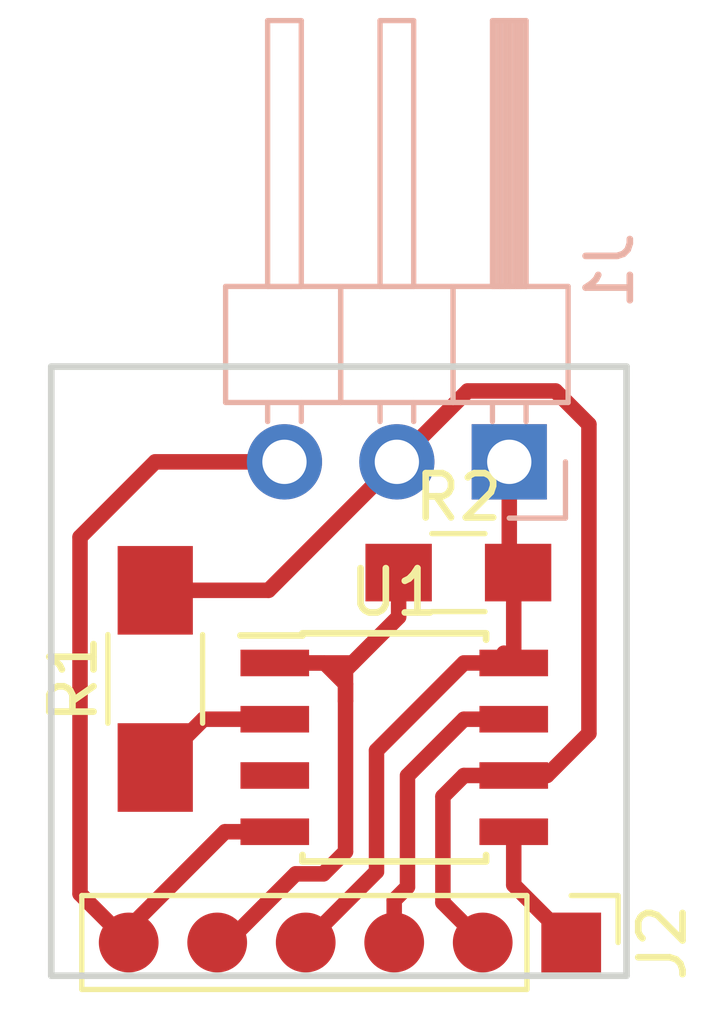
<source format=kicad_pcb>
(kicad_pcb (version 4) (host pcbnew 4.0.5)

  (general
    (links 13)
    (no_connects 0)
    (area 139.315 86.124999 155.785 109.814285)
    (thickness 1.6)
    (drawings 4)
    (tracks 55)
    (zones 0)
    (modules 5)
    (nets 9)
  )

  (page A4)
  (layers
    (0 F.Cu signal)
    (31 B.Cu signal)
    (32 B.Adhes user)
    (33 F.Adhes user)
    (34 B.Paste user)
    (35 F.Paste user)
    (36 B.SilkS user)
    (37 F.SilkS user)
    (38 B.Mask user)
    (39 F.Mask user)
    (40 Dwgs.User user)
    (41 Cmts.User user)
    (42 Eco1.User user)
    (43 Eco2.User user)
    (44 Edge.Cuts user)
    (45 Margin user)
    (46 B.CrtYd user)
    (47 F.CrtYd user)
    (48 B.Fab user)
    (49 F.Fab user)
  )

  (setup
    (last_trace_width 0.35)
    (trace_clearance 0.35)
    (zone_clearance 0.508)
    (zone_45_only no)
    (trace_min 0.2)
    (segment_width 0.2)
    (edge_width 0.15)
    (via_size 0.6)
    (via_drill 0.4)
    (via_min_size 0.4)
    (via_min_drill 0.3)
    (uvia_size 0.3)
    (uvia_drill 0.1)
    (uvias_allowed no)
    (uvia_min_size 0.2)
    (uvia_min_drill 0.1)
    (pcb_text_width 0.3)
    (pcb_text_size 1.5 1.5)
    (mod_edge_width 0.15)
    (mod_text_size 1 1)
    (mod_text_width 0.15)
    (pad_size 1.35 1.35)
    (pad_drill 0)
    (pad_to_mask_clearance 0.2)
    (aux_axis_origin 0 0)
    (visible_elements FFFFFF7F)
    (pcbplotparams
      (layerselection 0x00080_00000000)
      (usegerberextensions false)
      (excludeedgelayer true)
      (linewidth 0.100000)
      (plotframeref false)
      (viasonmask false)
      (mode 1)
      (useauxorigin false)
      (hpglpennumber 1)
      (hpglpenspeed 20)
      (hpglpendiameter 15)
      (hpglpenoverlay 2)
      (psnegative false)
      (psa4output false)
      (plotreference true)
      (plotvalue true)
      (plotinvisibletext false)
      (padsonsilk false)
      (subtractmaskfromsilk false)
      (outputformat 4)
      (mirror false)
      (drillshape 0)
      (scaleselection 1)
      (outputdirectory ""))
  )

  (net 0 "")
  (net 1 VCC)
  (net 2 GND)
  (net 3 /PLISTEN/MISO)
  (net 4 /SCK)
  (net 5 /MOSI)
  (net 6 /RESET)
  (net 7 /POUTPUT)
  (net 8 "Net-(U1-Pad3)")

  (net_class Default "This is the default net class."
    (clearance 0.35)
    (trace_width 0.35)
    (via_dia 0.6)
    (via_drill 0.4)
    (uvia_dia 0.3)
    (uvia_drill 0.1)
    (add_net /MOSI)
    (add_net /PLISTEN/MISO)
    (add_net /POUTPUT)
    (add_net /RESET)
    (add_net /SCK)
    (add_net GND)
    (add_net "Net-(U1-Pad3)")
    (add_net VCC)
  )

  (module Socket_Strips:Socket_Strip_Straight_1x06_Pitch2.00mm (layer F.Cu) (tedit 591049C7) (tstamp 5910447C)
    (at 152.5 107.75 270)
    (descr "Through hole straight socket strip, 1x06, 2.00mm pitch, single row")
    (tags "Through hole socket strip THT 1x06 2.00mm single row")
    (path /59103B8F)
    (fp_text reference J2 (at 0 -2.06 270) (layer F.SilkS)
      (effects (font (size 1 1) (thickness 0.15)))
    )
    (fp_text value ICSP (at 0 12.06 270) (layer F.Fab)
      (effects (font (size 1 1) (thickness 0.15)))
    )
    (fp_line (start -1 -1) (end -1 11) (layer F.Fab) (width 0.1))
    (fp_line (start -1 11) (end 1 11) (layer F.Fab) (width 0.1))
    (fp_line (start 1 11) (end 1 -1) (layer F.Fab) (width 0.1))
    (fp_line (start 1 -1) (end -1 -1) (layer F.Fab) (width 0.1))
    (fp_line (start -1.06 1) (end -1.06 11.06) (layer F.SilkS) (width 0.12))
    (fp_line (start -1.06 11.06) (end 1.06 11.06) (layer F.SilkS) (width 0.12))
    (fp_line (start 1.06 11.06) (end 1.06 1) (layer F.SilkS) (width 0.12))
    (fp_line (start 1.06 1) (end -1.06 1) (layer F.SilkS) (width 0.12))
    (fp_line (start -1.06 0) (end -1.06 -1.06) (layer F.SilkS) (width 0.12))
    (fp_line (start -1.06 -1.06) (end 0 -1.06) (layer F.SilkS) (width 0.12))
    (fp_line (start -1.5 -1.5) (end -1.5 11.5) (layer F.CrtYd) (width 0.05))
    (fp_line (start -1.5 11.5) (end 1.5 11.5) (layer F.CrtYd) (width 0.05))
    (fp_line (start 1.5 11.5) (end 1.5 -1.5) (layer F.CrtYd) (width 0.05))
    (fp_line (start 1.5 -1.5) (end -1.5 -1.5) (layer F.CrtYd) (width 0.05))
    (fp_text user %R (at 0 -2.06 270) (layer F.Fab)
      (effects (font (size 1 1) (thickness 0.15)))
    )
    (pad 1 smd rect (at 0 0 270) (size 1.35 1.35) (layers F.Cu F.Paste F.Mask)
      (net 5 /MOSI))
    (pad 2 smd oval (at 0 2 270) (size 1.35 1.35) (layers F.Cu F.Paste F.Mask)
      (net 3 /PLISTEN/MISO))
    (pad 3 smd oval (at 0 4 270) (size 1.35 1.35) (layers F.Cu F.Paste F.Mask)
      (net 4 /SCK))
    (pad 4 smd oval (at 0 6 270) (size 1.35 1.35) (layers F.Cu F.Paste F.Mask)
      (net 1 VCC))
    (pad 5 smd oval (at 0 8 270) (size 1.35 1.35) (layers F.Cu F.Paste F.Mask)
      (net 6 /RESET))
    (pad 6 smd oval (at 0 10 270) (size 1.35 1.35) (layers F.Cu F.Paste F.Mask)
      (net 2 GND))
    (model ${KISYS3DMOD}/Socket_Strips.3dshapes/Socket_Strip_Straight_1x06_Pitch2.00mm.wrl
      (at (xyz 0 0 0))
      (scale (xyz 1 1 1))
      (rotate (xyz 0 0 0))
    )
  )

  (module Pin_Headers:Pin_Header_Angled_1x03_Pitch2.54mm (layer B.Cu) (tedit 58CD4EC1) (tstamp 59103B56)
    (at 151.1 96.9 90)
    (descr "Through hole angled pin header, 1x03, 2.54mm pitch, 6mm pin length, single row")
    (tags "Through hole angled pin header THT 1x03 2.54mm single row")
    (path /5910334F)
    (fp_text reference J1 (at 4.315 2.27 90) (layer B.SilkS)
      (effects (font (size 1 1) (thickness 0.15)) (justify mirror))
    )
    (fp_text value TARGET (at 4.315 -7.35 90) (layer B.Fab)
      (effects (font (size 1 1) (thickness 0.15)) (justify mirror))
    )
    (fp_line (start 1.4 1.27) (end 1.4 -1.27) (layer B.Fab) (width 0.1))
    (fp_line (start 1.4 -1.27) (end 3.9 -1.27) (layer B.Fab) (width 0.1))
    (fp_line (start 3.9 -1.27) (end 3.9 1.27) (layer B.Fab) (width 0.1))
    (fp_line (start 3.9 1.27) (end 1.4 1.27) (layer B.Fab) (width 0.1))
    (fp_line (start 0 0.32) (end 0 -0.32) (layer B.Fab) (width 0.1))
    (fp_line (start 0 -0.32) (end 9.9 -0.32) (layer B.Fab) (width 0.1))
    (fp_line (start 9.9 -0.32) (end 9.9 0.32) (layer B.Fab) (width 0.1))
    (fp_line (start 9.9 0.32) (end 0 0.32) (layer B.Fab) (width 0.1))
    (fp_line (start 1.4 -1.27) (end 1.4 -3.81) (layer B.Fab) (width 0.1))
    (fp_line (start 1.4 -3.81) (end 3.9 -3.81) (layer B.Fab) (width 0.1))
    (fp_line (start 3.9 -3.81) (end 3.9 -1.27) (layer B.Fab) (width 0.1))
    (fp_line (start 3.9 -1.27) (end 1.4 -1.27) (layer B.Fab) (width 0.1))
    (fp_line (start 0 -2.22) (end 0 -2.86) (layer B.Fab) (width 0.1))
    (fp_line (start 0 -2.86) (end 9.9 -2.86) (layer B.Fab) (width 0.1))
    (fp_line (start 9.9 -2.86) (end 9.9 -2.22) (layer B.Fab) (width 0.1))
    (fp_line (start 9.9 -2.22) (end 0 -2.22) (layer B.Fab) (width 0.1))
    (fp_line (start 1.4 -3.81) (end 1.4 -6.35) (layer B.Fab) (width 0.1))
    (fp_line (start 1.4 -6.35) (end 3.9 -6.35) (layer B.Fab) (width 0.1))
    (fp_line (start 3.9 -6.35) (end 3.9 -3.81) (layer B.Fab) (width 0.1))
    (fp_line (start 3.9 -3.81) (end 1.4 -3.81) (layer B.Fab) (width 0.1))
    (fp_line (start 0 -4.76) (end 0 -5.4) (layer B.Fab) (width 0.1))
    (fp_line (start 0 -5.4) (end 9.9 -5.4) (layer B.Fab) (width 0.1))
    (fp_line (start 9.9 -5.4) (end 9.9 -4.76) (layer B.Fab) (width 0.1))
    (fp_line (start 9.9 -4.76) (end 0 -4.76) (layer B.Fab) (width 0.1))
    (fp_line (start 1.34 1.33) (end 1.34 -1.27) (layer B.SilkS) (width 0.12))
    (fp_line (start 1.34 -1.27) (end 3.96 -1.27) (layer B.SilkS) (width 0.12))
    (fp_line (start 3.96 -1.27) (end 3.96 1.33) (layer B.SilkS) (width 0.12))
    (fp_line (start 3.96 1.33) (end 1.34 1.33) (layer B.SilkS) (width 0.12))
    (fp_line (start 3.96 0.38) (end 3.96 -0.38) (layer B.SilkS) (width 0.12))
    (fp_line (start 3.96 -0.38) (end 9.96 -0.38) (layer B.SilkS) (width 0.12))
    (fp_line (start 9.96 -0.38) (end 9.96 0.38) (layer B.SilkS) (width 0.12))
    (fp_line (start 9.96 0.38) (end 3.96 0.38) (layer B.SilkS) (width 0.12))
    (fp_line (start 0.91 0.38) (end 1.34 0.38) (layer B.SilkS) (width 0.12))
    (fp_line (start 0.91 -0.38) (end 1.34 -0.38) (layer B.SilkS) (width 0.12))
    (fp_line (start 3.96 0.26) (end 9.96 0.26) (layer B.SilkS) (width 0.12))
    (fp_line (start 3.96 0.14) (end 9.96 0.14) (layer B.SilkS) (width 0.12))
    (fp_line (start 3.96 0.02) (end 9.96 0.02) (layer B.SilkS) (width 0.12))
    (fp_line (start 3.96 -0.1) (end 9.96 -0.1) (layer B.SilkS) (width 0.12))
    (fp_line (start 3.96 -0.22) (end 9.96 -0.22) (layer B.SilkS) (width 0.12))
    (fp_line (start 3.96 -0.34) (end 9.96 -0.34) (layer B.SilkS) (width 0.12))
    (fp_line (start 1.34 -1.27) (end 1.34 -3.81) (layer B.SilkS) (width 0.12))
    (fp_line (start 1.34 -3.81) (end 3.96 -3.81) (layer B.SilkS) (width 0.12))
    (fp_line (start 3.96 -3.81) (end 3.96 -1.27) (layer B.SilkS) (width 0.12))
    (fp_line (start 3.96 -1.27) (end 1.34 -1.27) (layer B.SilkS) (width 0.12))
    (fp_line (start 3.96 -2.16) (end 3.96 -2.92) (layer B.SilkS) (width 0.12))
    (fp_line (start 3.96 -2.92) (end 9.96 -2.92) (layer B.SilkS) (width 0.12))
    (fp_line (start 9.96 -2.92) (end 9.96 -2.16) (layer B.SilkS) (width 0.12))
    (fp_line (start 9.96 -2.16) (end 3.96 -2.16) (layer B.SilkS) (width 0.12))
    (fp_line (start 0.91 -2.16) (end 1.34 -2.16) (layer B.SilkS) (width 0.12))
    (fp_line (start 0.91 -2.92) (end 1.34 -2.92) (layer B.SilkS) (width 0.12))
    (fp_line (start 1.34 -3.81) (end 1.34 -6.41) (layer B.SilkS) (width 0.12))
    (fp_line (start 1.34 -6.41) (end 3.96 -6.41) (layer B.SilkS) (width 0.12))
    (fp_line (start 3.96 -6.41) (end 3.96 -3.81) (layer B.SilkS) (width 0.12))
    (fp_line (start 3.96 -3.81) (end 1.34 -3.81) (layer B.SilkS) (width 0.12))
    (fp_line (start 3.96 -4.7) (end 3.96 -5.46) (layer B.SilkS) (width 0.12))
    (fp_line (start 3.96 -5.46) (end 9.96 -5.46) (layer B.SilkS) (width 0.12))
    (fp_line (start 9.96 -5.46) (end 9.96 -4.7) (layer B.SilkS) (width 0.12))
    (fp_line (start 9.96 -4.7) (end 3.96 -4.7) (layer B.SilkS) (width 0.12))
    (fp_line (start 0.91 -4.7) (end 1.34 -4.7) (layer B.SilkS) (width 0.12))
    (fp_line (start 0.91 -5.46) (end 1.34 -5.46) (layer B.SilkS) (width 0.12))
    (fp_line (start -1.27 0) (end -1.27 1.27) (layer B.SilkS) (width 0.12))
    (fp_line (start -1.27 1.27) (end 0 1.27) (layer B.SilkS) (width 0.12))
    (fp_line (start -1.8 1.8) (end -1.8 -6.85) (layer B.CrtYd) (width 0.05))
    (fp_line (start -1.8 -6.85) (end 10.4 -6.85) (layer B.CrtYd) (width 0.05))
    (fp_line (start 10.4 -6.85) (end 10.4 1.8) (layer B.CrtYd) (width 0.05))
    (fp_line (start 10.4 1.8) (end -1.8 1.8) (layer B.CrtYd) (width 0.05))
    (fp_text user %R (at 4.315 2.27 90) (layer B.Fab)
      (effects (font (size 1 1) (thickness 0.15)) (justify mirror))
    )
    (pad 1 thru_hole rect (at 0 0 90) (size 1.7 1.7) (drill 1) (layers *.Cu *.Mask)
      (net 1 VCC))
    (pad 2 thru_hole oval (at 0 -2.54 90) (size 1.7 1.7) (drill 1) (layers *.Cu *.Mask)
      (net 3 /PLISTEN/MISO))
    (pad 3 thru_hole oval (at 0 -5.08 90) (size 1.7 1.7) (drill 1) (layers *.Cu *.Mask)
      (net 2 GND))
    (model ${KISYS3DMOD}/Pin_Headers.3dshapes/Pin_Header_Angled_1x03_Pitch2.54mm.wrl
      (at (xyz 0 -0.1 0))
      (scale (xyz 1 1 1))
      (rotate (xyz 0 0 90))
    )
  )

  (module Resistors_SMD:R_1206_HandSoldering (layer F.Cu) (tedit 58E0A804) (tstamp 59103B66)
    (at 143.1 101.8 90)
    (descr "Resistor SMD 1206, hand soldering")
    (tags "resistor 1206")
    (path /59102892)
    (attr smd)
    (fp_text reference R1 (at 0 -1.85 90) (layer F.SilkS)
      (effects (font (size 1 1) (thickness 0.15)))
    )
    (fp_text value 2K2 (at 0.05 -1.85 90) (layer F.Fab)
      (effects (font (size 1 1) (thickness 0.15)))
    )
    (fp_text user %R (at 0 0 90) (layer F.Fab)
      (effects (font (size 0.7 0.7) (thickness 0.105)))
    )
    (fp_line (start -1.6 0.8) (end -1.6 -0.8) (layer F.Fab) (width 0.1))
    (fp_line (start 1.6 0.8) (end -1.6 0.8) (layer F.Fab) (width 0.1))
    (fp_line (start 1.6 -0.8) (end 1.6 0.8) (layer F.Fab) (width 0.1))
    (fp_line (start -1.6 -0.8) (end 1.6 -0.8) (layer F.Fab) (width 0.1))
    (fp_line (start 1 1.07) (end -1 1.07) (layer F.SilkS) (width 0.12))
    (fp_line (start -1 -1.07) (end 1 -1.07) (layer F.SilkS) (width 0.12))
    (fp_line (start -3.25 -1.11) (end 3.25 -1.11) (layer F.CrtYd) (width 0.05))
    (fp_line (start -3.25 -1.11) (end -3.25 1.1) (layer F.CrtYd) (width 0.05))
    (fp_line (start 3.25 1.1) (end 3.25 -1.11) (layer F.CrtYd) (width 0.05))
    (fp_line (start 3.25 1.1) (end -3.25 1.1) (layer F.CrtYd) (width 0.05))
    (pad 1 smd rect (at -2 0 90) (size 2 1.7) (layers F.Cu F.Paste F.Mask)
      (net 7 /POUTPUT))
    (pad 2 smd rect (at 2 0 90) (size 2 1.7) (layers F.Cu F.Paste F.Mask)
      (net 3 /PLISTEN/MISO))
    (model ${KISYS3DMOD}/Resistors_SMD.3dshapes/R_1206.wrl
      (at (xyz 0 0 0))
      (scale (xyz 1 1 1))
      (rotate (xyz 0 0 0))
    )
  )

  (module Housings_SOIC:SOIC-8_3.9x4.9mm_Pitch1.27mm (layer F.Cu) (tedit 59104513) (tstamp 59103B78)
    (at 148.5011 103.345)
    (descr "8-Lead Plastic Small Outline (SN) - Narrow, 3.90 mm Body [SOIC] (see Microchip Packaging Specification 00000049BS.pdf)")
    (tags "SOIC 1.27")
    (path /591027FF)
    (attr smd)
    (fp_text reference U1 (at 0 -3.5) (layer F.SilkS)
      (effects (font (size 1 1) (thickness 0.15)))
    )
    (fp_text value ATTINY13A-SSU (at 0 3.5) (layer F.Fab)
      (effects (font (size 1 1) (thickness 0.15)))
    )
    (fp_text user %R (at 0 0) (layer F.Fab)
      (effects (font (size 1 1) (thickness 0.15)))
    )
    (fp_line (start -0.95 -2.45) (end 1.95 -2.45) (layer F.Fab) (width 0.1))
    (fp_line (start 1.95 -2.45) (end 1.95 2.45) (layer F.Fab) (width 0.1))
    (fp_line (start 1.95 2.45) (end -1.95 2.45) (layer F.Fab) (width 0.1))
    (fp_line (start -1.95 2.45) (end -1.95 -1.45) (layer F.Fab) (width 0.1))
    (fp_line (start -1.95 -1.45) (end -0.95 -2.45) (layer F.Fab) (width 0.1))
    (fp_line (start -3.73 -2.7) (end -3.73 2.7) (layer F.CrtYd) (width 0.05))
    (fp_line (start 3.73 -2.7) (end 3.73 2.7) (layer F.CrtYd) (width 0.05))
    (fp_line (start -3.73 -2.7) (end 3.73 -2.7) (layer F.CrtYd) (width 0.05))
    (fp_line (start -3.73 2.7) (end 3.73 2.7) (layer F.CrtYd) (width 0.05))
    (fp_line (start -2.075 -2.575) (end -2.075 -2.525) (layer F.SilkS) (width 0.15))
    (fp_line (start 2.075 -2.575) (end 2.075 -2.43) (layer F.SilkS) (width 0.15))
    (fp_line (start 2.075 2.575) (end 2.075 2.43) (layer F.SilkS) (width 0.15))
    (fp_line (start -2.075 2.575) (end -2.075 2.43) (layer F.SilkS) (width 0.15))
    (fp_line (start -2.075 -2.575) (end 2.075 -2.575) (layer F.SilkS) (width 0.15))
    (fp_line (start -2.075 2.575) (end 2.075 2.575) (layer F.SilkS) (width 0.15))
    (fp_line (start -2.075 -2.525) (end -3.475 -2.525) (layer F.SilkS) (width 0.15))
    (pad 1 smd rect (at -2.7 -1.905) (size 1.55 0.6) (layers F.Cu F.Paste F.Mask)
      (net 6 /RESET))
    (pad 2 smd rect (at -2.7 -0.635) (size 1.55 0.6) (layers F.Cu F.Paste F.Mask)
      (net 7 /POUTPUT))
    (pad 3 smd rect (at -2.7 0.635) (size 1.55 0.6) (layers F.Cu F.Paste F.Mask)
      (net 8 "Net-(U1-Pad3)"))
    (pad 4 smd rect (at -2.7 1.905) (size 1.55 0.6) (layers F.Cu F.Paste F.Mask)
      (net 2 GND))
    (pad 5 smd rect (at 2.7 1.905) (size 1.55 0.6) (layers F.Cu F.Paste F.Mask)
      (net 5 /MOSI))
    (pad 6 smd rect (at 2.7 0.635) (size 1.55 0.6) (layers F.Cu F.Paste F.Mask)
      (net 3 /PLISTEN/MISO))
    (pad 7 smd rect (at 2.7 -0.635) (size 1.55 0.6) (layers F.Cu F.Paste F.Mask)
      (net 4 /SCK))
    (pad 8 smd rect (at 2.7 -1.905) (size 1.55 0.6) (layers F.Cu F.Paste F.Mask)
      (net 1 VCC))
    (model Housings_SOIC.3dshapes/SOIC-8_3.9x4.9mm_Pitch1.27mm.wrl
      (at (xyz 0 0 0))
      (scale (xyz 1 1 1))
      (rotate (xyz 0 0 0))
    )
  )

  (module Resistors_SMD:R_0805_HandSoldering (layer F.Cu) (tedit 58E0A804) (tstamp 59103E9E)
    (at 149.95 99.4)
    (descr "Resistor SMD 0805, hand soldering")
    (tags "resistor 0805")
    (path /59102904)
    (attr smd)
    (fp_text reference R2 (at 0 -1.7) (layer F.SilkS)
      (effects (font (size 1 1) (thickness 0.15)))
    )
    (fp_text value 10K (at 4.05 -0.15) (layer F.Fab)
      (effects (font (size 1 1) (thickness 0.15)))
    )
    (fp_text user %R (at 0 0) (layer F.Fab)
      (effects (font (size 0.5 0.5) (thickness 0.075)))
    )
    (fp_line (start -1 0.62) (end -1 -0.62) (layer F.Fab) (width 0.1))
    (fp_line (start 1 0.62) (end -1 0.62) (layer F.Fab) (width 0.1))
    (fp_line (start 1 -0.62) (end 1 0.62) (layer F.Fab) (width 0.1))
    (fp_line (start -1 -0.62) (end 1 -0.62) (layer F.Fab) (width 0.1))
    (fp_line (start 0.6 0.88) (end -0.6 0.88) (layer F.SilkS) (width 0.12))
    (fp_line (start -0.6 -0.88) (end 0.6 -0.88) (layer F.SilkS) (width 0.12))
    (fp_line (start -2.35 -0.9) (end 2.35 -0.9) (layer F.CrtYd) (width 0.05))
    (fp_line (start -2.35 -0.9) (end -2.35 0.9) (layer F.CrtYd) (width 0.05))
    (fp_line (start 2.35 0.9) (end 2.35 -0.9) (layer F.CrtYd) (width 0.05))
    (fp_line (start 2.35 0.9) (end -2.35 0.9) (layer F.CrtYd) (width 0.05))
    (pad 1 smd rect (at -1.35 0) (size 1.5 1.3) (layers F.Cu F.Paste F.Mask)
      (net 6 /RESET))
    (pad 2 smd rect (at 1.35 0) (size 1.5 1.3) (layers F.Cu F.Paste F.Mask)
      (net 1 VCC))
    (model ${KISYS3DMOD}/Resistors_SMD.3dshapes/R_0805.wrl
      (at (xyz 0 0 0))
      (scale (xyz 1 1 1))
      (rotate (xyz 0 0 0))
    )
  )

  (gr_line (start 153.75 94.75) (end 140.75 94.75) (layer Edge.Cuts) (width 0.15))
  (gr_line (start 153.75 108.5) (end 153.75 94.75) (layer Edge.Cuts) (width 0.15))
  (gr_line (start 140.75 108.5) (end 153.75 108.5) (layer Edge.Cuts) (width 0.15))
  (gr_line (start 140.75 94.75) (end 140.75 108.5) (layer Edge.Cuts) (width 0.15))

  (segment (start 146.5 107.75) (end 148.09999 106.15001) (width 0.35) (layer F.Cu) (net 1) (status 10))
  (segment (start 148.09999 106.15001) (end 148.09999 103.41611) (width 0.35) (layer F.Cu) (net 1))
  (segment (start 148.09999 103.41611) (end 150.0761 101.44) (width 0.35) (layer F.Cu) (net 1))
  (segment (start 150.0761 101.44) (end 151.2011 101.44) (width 0.35) (layer F.Cu) (net 1) (status 20))
  (segment (start 151.1 96.9) (end 151.1 99.2) (width 0.35) (layer F.Cu) (net 1) (status 30))
  (segment (start 151.1 99.2) (end 151.3 99.4) (width 0.35) (layer F.Cu) (net 1) (status 30))
  (segment (start 151.3 96.66) (end 151.14 96.5) (width 0.35) (layer F.Cu) (net 1) (status 30))
  (segment (start 151.2011 101.44) (end 151.2011 99.4989) (width 0.35) (layer F.Cu) (net 1) (status 30))
  (segment (start 151.2011 99.4989) (end 151.3 99.4) (width 0.35) (layer F.Cu) (net 1) (status 30))
  (segment (start 150.98 101.2189) (end 151.2011 101.44) (width 0.35) (layer F.Cu) (net 1) (status 30))
  (segment (start 142.5 107.75) (end 141.4 106.65) (width 0.35) (layer F.Cu) (net 2) (status 10))
  (segment (start 141.4 106.65) (end 141.4 98.6) (width 0.35) (layer F.Cu) (net 2))
  (segment (start 141.4 98.6) (end 143.1 96.9) (width 0.35) (layer F.Cu) (net 2))
  (segment (start 143.1 96.9) (end 146.02 96.9) (width 0.35) (layer F.Cu) (net 2) (status 20))
  (segment (start 145.8011 105.25) (end 144.6761 105.25) (width 0.35) (layer F.Cu) (net 2) (status 10))
  (segment (start 144.6761 105.25) (end 142.5 107.4261) (width 0.35) (layer F.Cu) (net 2) (status 20))
  (segment (start 142.5 107.4261) (end 142.5 107.75) (width 0.35) (layer F.Cu) (net 2) (status 30))
  (segment (start 151.2011 103.98) (end 151.951102 103.98) (width 0.35) (layer F.Cu) (net 3) (status 30))
  (segment (start 151.951102 103.98) (end 152.9 103.031102) (width 0.35) (layer F.Cu) (net 3) (status 10))
  (segment (start 150.16 95.3) (end 148.56 96.9) (width 0.35) (layer F.Cu) (net 3) (status 20))
  (segment (start 152.9 103.031102) (end 152.9 96.054998) (width 0.35) (layer F.Cu) (net 3))
  (segment (start 152.9 96.054998) (end 152.145002 95.3) (width 0.35) (layer F.Cu) (net 3))
  (segment (start 152.145002 95.3) (end 150.16 95.3) (width 0.35) (layer F.Cu) (net 3))
  (segment (start 150.5 107.75) (end 149.6 106.85) (width 0.35) (layer F.Cu) (net 3) (status 10))
  (segment (start 149.6 106.85) (end 149.6 104.4561) (width 0.35) (layer F.Cu) (net 3))
  (segment (start 149.6 104.4561) (end 150.0761 103.98) (width 0.35) (layer F.Cu) (net 3))
  (segment (start 150.0761 103.98) (end 151.2011 103.98) (width 0.35) (layer F.Cu) (net 3) (status 20))
  (segment (start 151.2011 103.98) (end 150.451098 103.98) (width 0.35) (layer F.Cu) (net 3) (status 30))
  (segment (start 148.56 96.9) (end 145.66 99.8) (width 0.35) (layer F.Cu) (net 3) (status 10))
  (segment (start 145.66 99.8) (end 143.1 99.8) (width 0.35) (layer F.Cu) (net 3) (status 20))
  (segment (start 151.2011 103.98) (end 151.874998 103.98) (width 0.35) (layer F.Cu) (net 3) (status 30))
  (segment (start 148.5 107.75) (end 148.5 106.795406) (width 0.35) (layer F.Cu) (net 4) (status 10))
  (segment (start 148.5 106.795406) (end 148.8 106.495406) (width 0.35) (layer F.Cu) (net 4))
  (segment (start 148.8 106.495406) (end 148.8 103.9861) (width 0.35) (layer F.Cu) (net 4))
  (segment (start 148.8 103.9861) (end 150.0761 102.71) (width 0.35) (layer F.Cu) (net 4))
  (segment (start 150.0761 102.71) (end 151.2011 102.71) (width 0.35) (layer F.Cu) (net 4) (status 20))
  (segment (start 151.2011 105.25) (end 151.2011 106.4511) (width 0.35) (layer F.Cu) (net 5) (status 10))
  (segment (start 151.2011 106.4511) (end 152.5 107.75) (width 0.35) (layer F.Cu) (net 5) (status 20))
  (segment (start 151.2011 105.25) (end 151.6761 105.25) (width 0.35) (layer F.Cu) (net 5) (status 30))
  (segment (start 147.39998 102.3) (end 147.39998 101.60002) (width 0.35) (layer F.Cu) (net 6))
  (segment (start 147.39998 101.60002) (end 148.6 100.4) (width 0.35) (layer F.Cu) (net 6))
  (segment (start 147.39998 105.70002) (end 147.39998 102.3) (width 0.35) (layer F.Cu) (net 6))
  (segment (start 145.8011 101.44) (end 146.9261 101.44) (width 0.35) (layer F.Cu) (net 6) (status 10))
  (segment (start 146.9261 101.44) (end 147.39998 101.91388) (width 0.35) (layer F.Cu) (net 6))
  (segment (start 147.39998 101.91388) (end 147.39998 102.3) (width 0.35) (layer F.Cu) (net 6))
  (segment (start 144.5 107.75) (end 144.723998 107.75) (width 0.35) (layer F.Cu) (net 6) (status 30))
  (segment (start 144.723998 107.75) (end 146.273998 106.2) (width 0.35) (layer F.Cu) (net 6) (status 10))
  (segment (start 146.273998 106.2) (end 146.9 106.2) (width 0.35) (layer F.Cu) (net 6))
  (segment (start 147.39998 101.60002) (end 147.56 101.44) (width 0.35) (layer F.Cu) (net 6))
  (segment (start 146.9 106.2) (end 147.39998 105.70002) (width 0.35) (layer F.Cu) (net 6))
  (segment (start 148.6 99.4) (end 148.6 100.4) (width 0.35) (layer F.Cu) (net 6) (status 10))
  (segment (start 148.6 100.4) (end 147.56 101.44) (width 0.35) (layer F.Cu) (net 6))
  (segment (start 147.56 101.44) (end 145.8011 101.44) (width 0.35) (layer F.Cu) (net 6) (status 20))
  (segment (start 145.8011 102.71) (end 144.19 102.71) (width 0.35) (layer F.Cu) (net 7) (status 10))
  (segment (start 144.19 102.71) (end 143.1 103.8) (width 0.35) (layer F.Cu) (net 7) (status 20))

)

</source>
